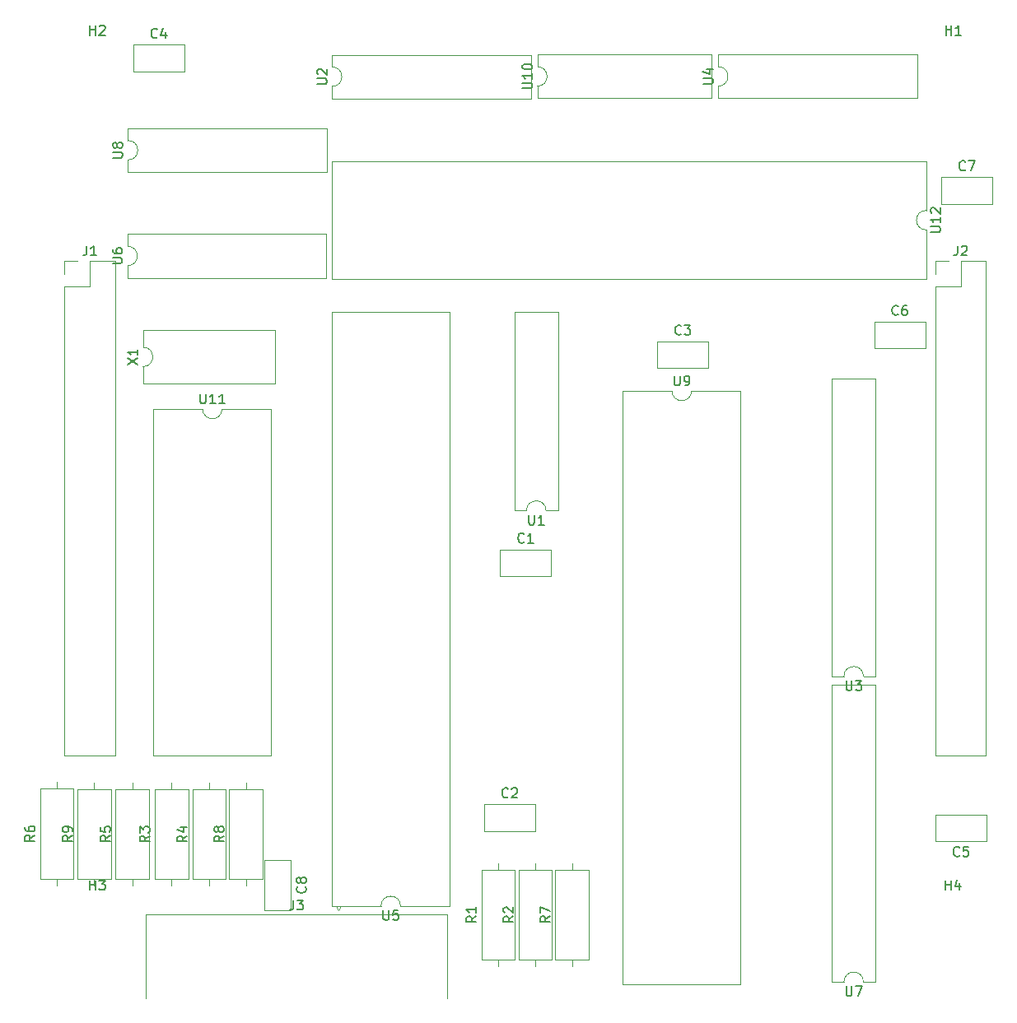
<source format=gbr>
G04 #@! TF.GenerationSoftware,KiCad,Pcbnew,(5.1.4)-1*
G04 #@! TF.CreationDate,2022-07-21T15:03:29-04:00*
G04 #@! TF.ProjectId,Layer3,4c617965-7233-42e6-9b69-6361645f7063,rev?*
G04 #@! TF.SameCoordinates,Original*
G04 #@! TF.FileFunction,Legend,Top*
G04 #@! TF.FilePolarity,Positive*
%FSLAX46Y46*%
G04 Gerber Fmt 4.6, Leading zero omitted, Abs format (unit mm)*
G04 Created by KiCad (PCBNEW (5.1.4)-1) date 2022-07-21 15:03:29*
%MOMM*%
%LPD*%
G04 APERTURE LIST*
%ADD10C,0.120000*%
%ADD11C,0.150000*%
G04 APERTURE END LIST*
D10*
X58588600Y-30668400D02*
X58588600Y-31918400D01*
X79028600Y-30668400D02*
X58588600Y-30668400D01*
X79028600Y-35168400D02*
X79028600Y-30668400D01*
X58588600Y-35168400D02*
X79028600Y-35168400D01*
X58588600Y-33918400D02*
X58588600Y-35168400D01*
X58588600Y-31918400D02*
G75*
G02X58588600Y-33918400I0J-1000000D01*
G01*
X58557600Y-118220800D02*
X63617600Y-118220800D01*
X58557600Y-57140800D02*
X58557600Y-118220800D01*
X70677600Y-57140800D02*
X58557600Y-57140800D01*
X70677600Y-118220800D02*
X70677600Y-57140800D01*
X65617600Y-118220800D02*
X70677600Y-118220800D01*
X63617600Y-118220800D02*
G75*
G02X65617600Y-118220800I1000000J0D01*
G01*
X120615400Y-102777600D02*
X125815400Y-102777600D01*
X120615400Y-54457600D02*
X120615400Y-102777600D01*
X125815400Y-51857600D02*
X125815400Y-102777600D01*
X120615400Y-54457600D02*
X123215400Y-54457600D01*
X123215400Y-54457600D02*
X123215400Y-51857600D01*
X123215400Y-51857600D02*
X125815400Y-51857600D01*
X120615400Y-53187600D02*
X120615400Y-51857600D01*
X120615400Y-51857600D02*
X121945400Y-51857600D01*
X37608200Y-38237600D02*
X37608200Y-39487600D01*
X58048200Y-38237600D02*
X37608200Y-38237600D01*
X58048200Y-42737600D02*
X58048200Y-38237600D01*
X37608200Y-42737600D02*
X58048200Y-42737600D01*
X37608200Y-41487600D02*
X37608200Y-42737600D01*
X37608200Y-39487600D02*
G75*
G02X37608200Y-41487600I0J-1000000D01*
G01*
X100598800Y-65243400D02*
X95538800Y-65243400D01*
X100598800Y-126323400D02*
X100598800Y-65243400D01*
X88478800Y-126323400D02*
X100598800Y-126323400D01*
X88478800Y-65243400D02*
X88478800Y-126323400D01*
X93538800Y-65243400D02*
X88478800Y-65243400D01*
X95538800Y-65243400D02*
G75*
G02X93538800Y-65243400I-1000000J0D01*
G01*
X59258200Y-118645675D02*
X59008200Y-118212662D01*
X59508200Y-118212662D02*
X59258200Y-118645675D01*
X59008200Y-118212662D02*
X59508200Y-118212662D01*
X70428200Y-119107000D02*
X70428200Y-127707000D01*
X39458200Y-119107000D02*
X70428200Y-119107000D01*
X39458200Y-127707000D02*
X39458200Y-119107000D01*
X31080400Y-102777600D02*
X36280400Y-102777600D01*
X31080400Y-54457600D02*
X31080400Y-102777600D01*
X36280400Y-51857600D02*
X36280400Y-102777600D01*
X31080400Y-54457600D02*
X33680400Y-54457600D01*
X33680400Y-54457600D02*
X33680400Y-51857600D01*
X33680400Y-51857600D02*
X36280400Y-51857600D01*
X31080400Y-53187600D02*
X31080400Y-51857600D01*
X31080400Y-51857600D02*
X32410400Y-51857600D01*
X39151000Y-60748200D02*
G75*
G02X39151000Y-62748200I0J-1000000D01*
G01*
X39151000Y-58978200D02*
X39151000Y-60748200D01*
X52751000Y-58978200D02*
X39151000Y-58978200D01*
X52751000Y-64518200D02*
X52751000Y-58978200D01*
X39151000Y-64518200D02*
X52751000Y-64518200D01*
X39151000Y-62748200D02*
X39151000Y-64518200D01*
X119668600Y-53735800D02*
X119668600Y-48675800D01*
X58588600Y-53735800D02*
X119668600Y-53735800D01*
X58588600Y-41615800D02*
X58588600Y-53735800D01*
X119668600Y-41615800D02*
X58588600Y-41615800D01*
X119668600Y-46675800D02*
X119668600Y-41615800D01*
X119668600Y-48675800D02*
G75*
G02X119668600Y-46675800I0J1000000D01*
G01*
X52338800Y-67097600D02*
X47278800Y-67097600D01*
X52338800Y-102777600D02*
X52338800Y-67097600D01*
X40218800Y-102777600D02*
X52338800Y-102777600D01*
X40218800Y-67097600D02*
X40218800Y-102777600D01*
X45278800Y-67097600D02*
X40218800Y-67097600D01*
X47278800Y-67097600D02*
G75*
G02X45278800Y-67097600I-1000000J0D01*
G01*
X79696000Y-30643000D02*
X79696000Y-31893000D01*
X97596000Y-30643000D02*
X79696000Y-30643000D01*
X97596000Y-35143000D02*
X97596000Y-30643000D01*
X79696000Y-35143000D02*
X97596000Y-35143000D01*
X79696000Y-33893000D02*
X79696000Y-35143000D01*
X79696000Y-31893000D02*
G75*
G02X79696000Y-33893000I0J-1000000D01*
G01*
X109967200Y-126044000D02*
X111217200Y-126044000D01*
X109967200Y-95444000D02*
X109967200Y-126044000D01*
X114467200Y-95444000D02*
X109967200Y-95444000D01*
X114467200Y-126044000D02*
X114467200Y-95444000D01*
X113217200Y-126044000D02*
X114467200Y-126044000D01*
X111217200Y-126044000D02*
G75*
G02X113217200Y-126044000I1000000J0D01*
G01*
X37557400Y-49108800D02*
X37557400Y-50358800D01*
X57997400Y-49108800D02*
X37557400Y-49108800D01*
X57997400Y-53608800D02*
X57997400Y-49108800D01*
X37557400Y-53608800D02*
X57997400Y-53608800D01*
X37557400Y-52358800D02*
X37557400Y-53608800D01*
X37557400Y-50358800D02*
G75*
G02X37557400Y-52358800I0J-1000000D01*
G01*
X98288800Y-30643000D02*
X98288800Y-31893000D01*
X118728800Y-30643000D02*
X98288800Y-30643000D01*
X118728800Y-35143000D02*
X118728800Y-30643000D01*
X98288800Y-35143000D02*
X118728800Y-35143000D01*
X98288800Y-33893000D02*
X98288800Y-35143000D01*
X98288800Y-31893000D02*
G75*
G02X98288800Y-33893000I0J-1000000D01*
G01*
X109967200Y-94598800D02*
X111217200Y-94598800D01*
X109967200Y-63998800D02*
X109967200Y-94598800D01*
X114467200Y-63998800D02*
X109967200Y-63998800D01*
X114467200Y-94598800D02*
X114467200Y-63998800D01*
X113217200Y-94598800D02*
X114467200Y-94598800D01*
X111217200Y-94598800D02*
G75*
G02X113217200Y-94598800I1000000J0D01*
G01*
X77328200Y-77555400D02*
X78578200Y-77555400D01*
X77328200Y-57115400D02*
X77328200Y-77555400D01*
X81828200Y-57115400D02*
X77328200Y-57115400D01*
X81828200Y-77555400D02*
X81828200Y-57115400D01*
X80578200Y-77555400D02*
X81828200Y-77555400D01*
X78578200Y-77555400D02*
G75*
G02X80578200Y-77555400I1000000J0D01*
G01*
X34137600Y-105510200D02*
X34137600Y-106200200D01*
X34137600Y-116130200D02*
X34137600Y-115440200D01*
X32417600Y-106200200D02*
X32417600Y-115440200D01*
X35857600Y-106200200D02*
X32417600Y-106200200D01*
X35857600Y-115440200D02*
X35857600Y-106200200D01*
X32417600Y-115440200D02*
X35857600Y-115440200D01*
X49733200Y-105535600D02*
X49733200Y-106225600D01*
X49733200Y-116155600D02*
X49733200Y-115465600D01*
X48013200Y-106225600D02*
X48013200Y-115465600D01*
X51453200Y-106225600D02*
X48013200Y-106225600D01*
X51453200Y-115465600D02*
X51453200Y-106225600D01*
X48013200Y-115465600D02*
X51453200Y-115465600D01*
X83261200Y-113816000D02*
X83261200Y-114506000D01*
X83261200Y-124436000D02*
X83261200Y-123746000D01*
X81541200Y-114506000D02*
X81541200Y-123746000D01*
X84981200Y-114506000D02*
X81541200Y-114506000D01*
X84981200Y-123746000D02*
X84981200Y-114506000D01*
X81541200Y-123746000D02*
X84981200Y-123746000D01*
X30276800Y-105484800D02*
X30276800Y-106174800D01*
X30276800Y-116104800D02*
X30276800Y-115414800D01*
X28556800Y-106174800D02*
X28556800Y-115414800D01*
X31996800Y-106174800D02*
X28556800Y-106174800D01*
X31996800Y-115414800D02*
X31996800Y-106174800D01*
X28556800Y-115414800D02*
X31996800Y-115414800D01*
X38044000Y-105508400D02*
X38044000Y-106198400D01*
X38044000Y-116128400D02*
X38044000Y-115438400D01*
X36324000Y-106198400D02*
X36324000Y-115438400D01*
X39764000Y-106198400D02*
X36324000Y-106198400D01*
X39764000Y-115438400D02*
X39764000Y-106198400D01*
X36324000Y-115438400D02*
X39764000Y-115438400D01*
X45948600Y-105535600D02*
X45948600Y-106225600D01*
X45948600Y-116155600D02*
X45948600Y-115465600D01*
X44228600Y-106225600D02*
X44228600Y-115465600D01*
X47668600Y-106225600D02*
X44228600Y-106225600D01*
X47668600Y-115465600D02*
X47668600Y-106225600D01*
X44228600Y-115465600D02*
X47668600Y-115465600D01*
X42087800Y-105535600D02*
X42087800Y-106225600D01*
X42087800Y-116155600D02*
X42087800Y-115465600D01*
X40367800Y-106225600D02*
X40367800Y-115465600D01*
X43807800Y-106225600D02*
X40367800Y-106225600D01*
X43807800Y-115465600D02*
X43807800Y-106225600D01*
X40367800Y-115465600D02*
X43807800Y-115465600D01*
X79476600Y-113816000D02*
X79476600Y-114506000D01*
X79476600Y-124436000D02*
X79476600Y-123746000D01*
X77756600Y-114506000D02*
X77756600Y-123746000D01*
X81196600Y-114506000D02*
X77756600Y-114506000D01*
X81196600Y-123746000D02*
X81196600Y-114506000D01*
X77756600Y-123746000D02*
X81196600Y-123746000D01*
X75666600Y-113816000D02*
X75666600Y-114506000D01*
X75666600Y-124436000D02*
X75666600Y-123746000D01*
X73946600Y-114506000D02*
X73946600Y-123746000D01*
X77386600Y-114506000D02*
X73946600Y-114506000D01*
X77386600Y-123746000D02*
X77386600Y-114506000D01*
X73946600Y-123746000D02*
X77386600Y-123746000D01*
X54344240Y-118713560D02*
X51604240Y-118713560D01*
X54344240Y-113473560D02*
X51604240Y-113473560D01*
X51604240Y-113473560D02*
X51604240Y-118713560D01*
X54344240Y-113473560D02*
X54344240Y-118713560D01*
X126475800Y-43257800D02*
X126475800Y-45997800D01*
X121235800Y-43257800D02*
X121235800Y-45997800D01*
X121235800Y-45997800D02*
X126475800Y-45997800D01*
X121235800Y-43257800D02*
X126475800Y-43257800D01*
X119567000Y-58142200D02*
X119567000Y-60882200D01*
X114327000Y-58142200D02*
X114327000Y-60882200D01*
X114327000Y-60882200D02*
X119567000Y-60882200D01*
X114327000Y-58142200D02*
X119567000Y-58142200D01*
X120640800Y-111555200D02*
X120640800Y-108815200D01*
X125880800Y-111555200D02*
X125880800Y-108815200D01*
X125880800Y-108815200D02*
X120640800Y-108815200D01*
X125880800Y-111555200D02*
X120640800Y-111555200D01*
X43392400Y-29643400D02*
X43392400Y-32383400D01*
X38152400Y-29643400D02*
X38152400Y-32383400D01*
X38152400Y-32383400D02*
X43392400Y-32383400D01*
X38152400Y-29643400D02*
X43392400Y-29643400D01*
X97265800Y-60148800D02*
X97265800Y-62888800D01*
X92025800Y-60148800D02*
X92025800Y-62888800D01*
X92025800Y-62888800D02*
X97265800Y-62888800D01*
X92025800Y-60148800D02*
X97265800Y-60148800D01*
X79460400Y-107773800D02*
X79460400Y-110513800D01*
X74220400Y-107773800D02*
X74220400Y-110513800D01*
X74220400Y-110513800D02*
X79460400Y-110513800D01*
X74220400Y-107773800D02*
X79460400Y-107773800D01*
X81111400Y-81548300D02*
X81111400Y-84288300D01*
X75871400Y-81548300D02*
X75871400Y-84288300D01*
X75871400Y-84288300D02*
X81111400Y-84288300D01*
X75871400Y-81548300D02*
X81111400Y-81548300D01*
D11*
X57040980Y-33680304D02*
X57850504Y-33680304D01*
X57945742Y-33632685D01*
X57993361Y-33585066D01*
X58040980Y-33489828D01*
X58040980Y-33299352D01*
X57993361Y-33204114D01*
X57945742Y-33156495D01*
X57850504Y-33108876D01*
X57040980Y-33108876D01*
X57136219Y-32680304D02*
X57088600Y-32632685D01*
X57040980Y-32537447D01*
X57040980Y-32299352D01*
X57088600Y-32204114D01*
X57136219Y-32156495D01*
X57231457Y-32108876D01*
X57326695Y-32108876D01*
X57469552Y-32156495D01*
X58040980Y-32727923D01*
X58040980Y-32108876D01*
X63855695Y-118673180D02*
X63855695Y-119482704D01*
X63903314Y-119577942D01*
X63950933Y-119625561D01*
X64046171Y-119673180D01*
X64236647Y-119673180D01*
X64331885Y-119625561D01*
X64379504Y-119577942D01*
X64427123Y-119482704D01*
X64427123Y-118673180D01*
X65379504Y-118673180D02*
X64903314Y-118673180D01*
X64855695Y-119149371D01*
X64903314Y-119101752D01*
X64998552Y-119054133D01*
X65236647Y-119054133D01*
X65331885Y-119101752D01*
X65379504Y-119149371D01*
X65427123Y-119244609D01*
X65427123Y-119482704D01*
X65379504Y-119577942D01*
X65331885Y-119625561D01*
X65236647Y-119673180D01*
X64998552Y-119673180D01*
X64903314Y-119625561D01*
X64855695Y-119577942D01*
X122882066Y-50309980D02*
X122882066Y-51024266D01*
X122834447Y-51167123D01*
X122739209Y-51262361D01*
X122596352Y-51309980D01*
X122501114Y-51309980D01*
X123310638Y-50405219D02*
X123358257Y-50357600D01*
X123453495Y-50309980D01*
X123691590Y-50309980D01*
X123786828Y-50357600D01*
X123834447Y-50405219D01*
X123882066Y-50500457D01*
X123882066Y-50595695D01*
X123834447Y-50738552D01*
X123263019Y-51309980D01*
X123882066Y-51309980D01*
X36060580Y-41249504D02*
X36870104Y-41249504D01*
X36965342Y-41201885D01*
X37012961Y-41154266D01*
X37060580Y-41059028D01*
X37060580Y-40868552D01*
X37012961Y-40773314D01*
X36965342Y-40725695D01*
X36870104Y-40678076D01*
X36060580Y-40678076D01*
X36489152Y-40059028D02*
X36441533Y-40154266D01*
X36393914Y-40201885D01*
X36298676Y-40249504D01*
X36251057Y-40249504D01*
X36155819Y-40201885D01*
X36108200Y-40154266D01*
X36060580Y-40059028D01*
X36060580Y-39868552D01*
X36108200Y-39773314D01*
X36155819Y-39725695D01*
X36251057Y-39678076D01*
X36298676Y-39678076D01*
X36393914Y-39725695D01*
X36441533Y-39773314D01*
X36489152Y-39868552D01*
X36489152Y-40059028D01*
X36536771Y-40154266D01*
X36584390Y-40201885D01*
X36679628Y-40249504D01*
X36870104Y-40249504D01*
X36965342Y-40201885D01*
X37012961Y-40154266D01*
X37060580Y-40059028D01*
X37060580Y-39868552D01*
X37012961Y-39773314D01*
X36965342Y-39725695D01*
X36870104Y-39678076D01*
X36679628Y-39678076D01*
X36584390Y-39725695D01*
X36536771Y-39773314D01*
X36489152Y-39868552D01*
X93776895Y-63695780D02*
X93776895Y-64505304D01*
X93824514Y-64600542D01*
X93872133Y-64648161D01*
X93967371Y-64695780D01*
X94157847Y-64695780D01*
X94253085Y-64648161D01*
X94300704Y-64600542D01*
X94348323Y-64505304D01*
X94348323Y-63695780D01*
X94872133Y-64695780D02*
X95062609Y-64695780D01*
X95157847Y-64648161D01*
X95205466Y-64600542D01*
X95300704Y-64457685D01*
X95348323Y-64267209D01*
X95348323Y-63886257D01*
X95300704Y-63791019D01*
X95253085Y-63743400D01*
X95157847Y-63695780D01*
X94967371Y-63695780D01*
X94872133Y-63743400D01*
X94824514Y-63791019D01*
X94776895Y-63886257D01*
X94776895Y-64124352D01*
X94824514Y-64219590D01*
X94872133Y-64267209D01*
X94967371Y-64314828D01*
X95157847Y-64314828D01*
X95253085Y-64267209D01*
X95300704Y-64219590D01*
X95348323Y-64124352D01*
X54609866Y-117619380D02*
X54609866Y-118333666D01*
X54562247Y-118476523D01*
X54467009Y-118571761D01*
X54324152Y-118619380D01*
X54228914Y-118619380D01*
X54990819Y-117619380D02*
X55609866Y-117619380D01*
X55276533Y-118000333D01*
X55419390Y-118000333D01*
X55514628Y-118047952D01*
X55562247Y-118095571D01*
X55609866Y-118190809D01*
X55609866Y-118428904D01*
X55562247Y-118524142D01*
X55514628Y-118571761D01*
X55419390Y-118619380D01*
X55133676Y-118619380D01*
X55038438Y-118571761D01*
X54990819Y-118524142D01*
X33347066Y-50309980D02*
X33347066Y-51024266D01*
X33299447Y-51167123D01*
X33204209Y-51262361D01*
X33061352Y-51309980D01*
X32966114Y-51309980D01*
X34347066Y-51309980D02*
X33775638Y-51309980D01*
X34061352Y-51309980D02*
X34061352Y-50309980D01*
X33966114Y-50452838D01*
X33870876Y-50548076D01*
X33775638Y-50595695D01*
X33680495Y-116584980D02*
X33680495Y-115584980D01*
X33680495Y-116061171D02*
X34251923Y-116061171D01*
X34251923Y-116584980D02*
X34251923Y-115584980D01*
X34632876Y-115584980D02*
X35251923Y-115584980D01*
X34918590Y-115965933D01*
X35061447Y-115965933D01*
X35156685Y-116013552D01*
X35204304Y-116061171D01*
X35251923Y-116156409D01*
X35251923Y-116394504D01*
X35204304Y-116489742D01*
X35156685Y-116537361D01*
X35061447Y-116584980D01*
X34775733Y-116584980D01*
X34680495Y-116537361D01*
X34632876Y-116489742D01*
X121691495Y-28637480D02*
X121691495Y-27637480D01*
X121691495Y-28113671D02*
X122262923Y-28113671D01*
X122262923Y-28637480D02*
X122262923Y-27637480D01*
X123262923Y-28637480D02*
X122691495Y-28637480D01*
X122977209Y-28637480D02*
X122977209Y-27637480D01*
X122881971Y-27780338D01*
X122786733Y-27875576D01*
X122691495Y-27923195D01*
X33680495Y-28637480D02*
X33680495Y-27637480D01*
X33680495Y-28113671D02*
X34251923Y-28113671D01*
X34251923Y-28637480D02*
X34251923Y-27637480D01*
X34680495Y-27732719D02*
X34728114Y-27685100D01*
X34823352Y-27637480D01*
X35061447Y-27637480D01*
X35156685Y-27685100D01*
X35204304Y-27732719D01*
X35251923Y-27827957D01*
X35251923Y-27923195D01*
X35204304Y-28066052D01*
X34632876Y-28637480D01*
X35251923Y-28637480D01*
X121627995Y-116584980D02*
X121627995Y-115584980D01*
X121627995Y-116061171D02*
X122199423Y-116061171D01*
X122199423Y-116584980D02*
X122199423Y-115584980D01*
X123104185Y-115918314D02*
X123104185Y-116584980D01*
X122866090Y-115537361D02*
X122627995Y-116251647D01*
X123247042Y-116251647D01*
X37603380Y-62557723D02*
X38603380Y-61891057D01*
X37603380Y-61891057D02*
X38603380Y-62557723D01*
X38603380Y-60986295D02*
X38603380Y-61557723D01*
X38603380Y-61272009D02*
X37603380Y-61272009D01*
X37746238Y-61367247D01*
X37841476Y-61462485D01*
X37889095Y-61557723D01*
X120120980Y-48913895D02*
X120930504Y-48913895D01*
X121025742Y-48866276D01*
X121073361Y-48818657D01*
X121120980Y-48723419D01*
X121120980Y-48532942D01*
X121073361Y-48437704D01*
X121025742Y-48390085D01*
X120930504Y-48342466D01*
X120120980Y-48342466D01*
X121120980Y-47342466D02*
X121120980Y-47913895D01*
X121120980Y-47628180D02*
X120120980Y-47628180D01*
X120263838Y-47723419D01*
X120359076Y-47818657D01*
X120406695Y-47913895D01*
X120216219Y-46961514D02*
X120168600Y-46913895D01*
X120120980Y-46818657D01*
X120120980Y-46580561D01*
X120168600Y-46485323D01*
X120216219Y-46437704D01*
X120311457Y-46390085D01*
X120406695Y-46390085D01*
X120549552Y-46437704D01*
X121120980Y-47009133D01*
X121120980Y-46390085D01*
X45040704Y-65549980D02*
X45040704Y-66359504D01*
X45088323Y-66454742D01*
X45135942Y-66502361D01*
X45231180Y-66549980D01*
X45421657Y-66549980D01*
X45516895Y-66502361D01*
X45564514Y-66454742D01*
X45612133Y-66359504D01*
X45612133Y-65549980D01*
X46612133Y-66549980D02*
X46040704Y-66549980D01*
X46326419Y-66549980D02*
X46326419Y-65549980D01*
X46231180Y-65692838D01*
X46135942Y-65788076D01*
X46040704Y-65835695D01*
X47564514Y-66549980D02*
X46993085Y-66549980D01*
X47278800Y-66549980D02*
X47278800Y-65549980D01*
X47183561Y-65692838D01*
X47088323Y-65788076D01*
X46993085Y-65835695D01*
X78148380Y-34131095D02*
X78957904Y-34131095D01*
X79053142Y-34083476D01*
X79100761Y-34035857D01*
X79148380Y-33940619D01*
X79148380Y-33750142D01*
X79100761Y-33654904D01*
X79053142Y-33607285D01*
X78957904Y-33559666D01*
X78148380Y-33559666D01*
X79148380Y-32559666D02*
X79148380Y-33131095D01*
X79148380Y-32845380D02*
X78148380Y-32845380D01*
X78291238Y-32940619D01*
X78386476Y-33035857D01*
X78434095Y-33131095D01*
X78148380Y-31940619D02*
X78148380Y-31845380D01*
X78196000Y-31750142D01*
X78243619Y-31702523D01*
X78338857Y-31654904D01*
X78529333Y-31607285D01*
X78767428Y-31607285D01*
X78957904Y-31654904D01*
X79053142Y-31702523D01*
X79100761Y-31750142D01*
X79148380Y-31845380D01*
X79148380Y-31940619D01*
X79100761Y-32035857D01*
X79053142Y-32083476D01*
X78957904Y-32131095D01*
X78767428Y-32178714D01*
X78529333Y-32178714D01*
X78338857Y-32131095D01*
X78243619Y-32083476D01*
X78196000Y-32035857D01*
X78148380Y-31940619D01*
X111455295Y-126496380D02*
X111455295Y-127305904D01*
X111502914Y-127401142D01*
X111550533Y-127448761D01*
X111645771Y-127496380D01*
X111836247Y-127496380D01*
X111931485Y-127448761D01*
X111979104Y-127401142D01*
X112026723Y-127305904D01*
X112026723Y-126496380D01*
X112407676Y-126496380D02*
X113074342Y-126496380D01*
X112645771Y-127496380D01*
X36009780Y-52120704D02*
X36819304Y-52120704D01*
X36914542Y-52073085D01*
X36962161Y-52025466D01*
X37009780Y-51930228D01*
X37009780Y-51739752D01*
X36962161Y-51644514D01*
X36914542Y-51596895D01*
X36819304Y-51549276D01*
X36009780Y-51549276D01*
X36009780Y-50644514D02*
X36009780Y-50834990D01*
X36057400Y-50930228D01*
X36105019Y-50977847D01*
X36247876Y-51073085D01*
X36438352Y-51120704D01*
X36819304Y-51120704D01*
X36914542Y-51073085D01*
X36962161Y-51025466D01*
X37009780Y-50930228D01*
X37009780Y-50739752D01*
X36962161Y-50644514D01*
X36914542Y-50596895D01*
X36819304Y-50549276D01*
X36581209Y-50549276D01*
X36485971Y-50596895D01*
X36438352Y-50644514D01*
X36390733Y-50739752D01*
X36390733Y-50930228D01*
X36438352Y-51025466D01*
X36485971Y-51073085D01*
X36581209Y-51120704D01*
X96741180Y-33654904D02*
X97550704Y-33654904D01*
X97645942Y-33607285D01*
X97693561Y-33559666D01*
X97741180Y-33464428D01*
X97741180Y-33273952D01*
X97693561Y-33178714D01*
X97645942Y-33131095D01*
X97550704Y-33083476D01*
X96741180Y-33083476D01*
X97074514Y-32178714D02*
X97741180Y-32178714D01*
X96693561Y-32416809D02*
X97407847Y-32654904D01*
X97407847Y-32035857D01*
X111455295Y-95051180D02*
X111455295Y-95860704D01*
X111502914Y-95955942D01*
X111550533Y-96003561D01*
X111645771Y-96051180D01*
X111836247Y-96051180D01*
X111931485Y-96003561D01*
X111979104Y-95955942D01*
X112026723Y-95860704D01*
X112026723Y-95051180D01*
X112407676Y-95051180D02*
X113026723Y-95051180D01*
X112693390Y-95432133D01*
X112836247Y-95432133D01*
X112931485Y-95479752D01*
X112979104Y-95527371D01*
X113026723Y-95622609D01*
X113026723Y-95860704D01*
X112979104Y-95955942D01*
X112931485Y-96003561D01*
X112836247Y-96051180D01*
X112550533Y-96051180D01*
X112455295Y-96003561D01*
X112407676Y-95955942D01*
X78816295Y-78007780D02*
X78816295Y-78817304D01*
X78863914Y-78912542D01*
X78911533Y-78960161D01*
X79006771Y-79007780D01*
X79197247Y-79007780D01*
X79292485Y-78960161D01*
X79340104Y-78912542D01*
X79387723Y-78817304D01*
X79387723Y-78007780D01*
X80387723Y-79007780D02*
X79816295Y-79007780D01*
X80102009Y-79007780D02*
X80102009Y-78007780D01*
X80006771Y-78150638D01*
X79911533Y-78245876D01*
X79816295Y-78293495D01*
X31869980Y-110986866D02*
X31393790Y-111320200D01*
X31869980Y-111558295D02*
X30869980Y-111558295D01*
X30869980Y-111177342D01*
X30917600Y-111082104D01*
X30965219Y-111034485D01*
X31060457Y-110986866D01*
X31203314Y-110986866D01*
X31298552Y-111034485D01*
X31346171Y-111082104D01*
X31393790Y-111177342D01*
X31393790Y-111558295D01*
X31869980Y-110510676D02*
X31869980Y-110320200D01*
X31822361Y-110224961D01*
X31774742Y-110177342D01*
X31631885Y-110082104D01*
X31441409Y-110034485D01*
X31060457Y-110034485D01*
X30965219Y-110082104D01*
X30917600Y-110129723D01*
X30869980Y-110224961D01*
X30869980Y-110415438D01*
X30917600Y-110510676D01*
X30965219Y-110558295D01*
X31060457Y-110605914D01*
X31298552Y-110605914D01*
X31393790Y-110558295D01*
X31441409Y-110510676D01*
X31489028Y-110415438D01*
X31489028Y-110224961D01*
X31441409Y-110129723D01*
X31393790Y-110082104D01*
X31298552Y-110034485D01*
X47465580Y-111012266D02*
X46989390Y-111345600D01*
X47465580Y-111583695D02*
X46465580Y-111583695D01*
X46465580Y-111202742D01*
X46513200Y-111107504D01*
X46560819Y-111059885D01*
X46656057Y-111012266D01*
X46798914Y-111012266D01*
X46894152Y-111059885D01*
X46941771Y-111107504D01*
X46989390Y-111202742D01*
X46989390Y-111583695D01*
X46894152Y-110440838D02*
X46846533Y-110536076D01*
X46798914Y-110583695D01*
X46703676Y-110631314D01*
X46656057Y-110631314D01*
X46560819Y-110583695D01*
X46513200Y-110536076D01*
X46465580Y-110440838D01*
X46465580Y-110250361D01*
X46513200Y-110155123D01*
X46560819Y-110107504D01*
X46656057Y-110059885D01*
X46703676Y-110059885D01*
X46798914Y-110107504D01*
X46846533Y-110155123D01*
X46894152Y-110250361D01*
X46894152Y-110440838D01*
X46941771Y-110536076D01*
X46989390Y-110583695D01*
X47084628Y-110631314D01*
X47275104Y-110631314D01*
X47370342Y-110583695D01*
X47417961Y-110536076D01*
X47465580Y-110440838D01*
X47465580Y-110250361D01*
X47417961Y-110155123D01*
X47370342Y-110107504D01*
X47275104Y-110059885D01*
X47084628Y-110059885D01*
X46989390Y-110107504D01*
X46941771Y-110155123D01*
X46894152Y-110250361D01*
X80993580Y-119292666D02*
X80517390Y-119626000D01*
X80993580Y-119864095D02*
X79993580Y-119864095D01*
X79993580Y-119483142D01*
X80041200Y-119387904D01*
X80088819Y-119340285D01*
X80184057Y-119292666D01*
X80326914Y-119292666D01*
X80422152Y-119340285D01*
X80469771Y-119387904D01*
X80517390Y-119483142D01*
X80517390Y-119864095D01*
X79993580Y-118959333D02*
X79993580Y-118292666D01*
X80993580Y-118721238D01*
X28009180Y-110961466D02*
X27532990Y-111294800D01*
X28009180Y-111532895D02*
X27009180Y-111532895D01*
X27009180Y-111151942D01*
X27056800Y-111056704D01*
X27104419Y-111009085D01*
X27199657Y-110961466D01*
X27342514Y-110961466D01*
X27437752Y-111009085D01*
X27485371Y-111056704D01*
X27532990Y-111151942D01*
X27532990Y-111532895D01*
X27009180Y-110104323D02*
X27009180Y-110294800D01*
X27056800Y-110390038D01*
X27104419Y-110437657D01*
X27247276Y-110532895D01*
X27437752Y-110580514D01*
X27818704Y-110580514D01*
X27913942Y-110532895D01*
X27961561Y-110485276D01*
X28009180Y-110390038D01*
X28009180Y-110199561D01*
X27961561Y-110104323D01*
X27913942Y-110056704D01*
X27818704Y-110009085D01*
X27580609Y-110009085D01*
X27485371Y-110056704D01*
X27437752Y-110104323D01*
X27390133Y-110199561D01*
X27390133Y-110390038D01*
X27437752Y-110485276D01*
X27485371Y-110532895D01*
X27580609Y-110580514D01*
X35776380Y-110985066D02*
X35300190Y-111318400D01*
X35776380Y-111556495D02*
X34776380Y-111556495D01*
X34776380Y-111175542D01*
X34824000Y-111080304D01*
X34871619Y-111032685D01*
X34966857Y-110985066D01*
X35109714Y-110985066D01*
X35204952Y-111032685D01*
X35252571Y-111080304D01*
X35300190Y-111175542D01*
X35300190Y-111556495D01*
X34776380Y-110080304D02*
X34776380Y-110556495D01*
X35252571Y-110604114D01*
X35204952Y-110556495D01*
X35157333Y-110461257D01*
X35157333Y-110223161D01*
X35204952Y-110127923D01*
X35252571Y-110080304D01*
X35347809Y-110032685D01*
X35585904Y-110032685D01*
X35681142Y-110080304D01*
X35728761Y-110127923D01*
X35776380Y-110223161D01*
X35776380Y-110461257D01*
X35728761Y-110556495D01*
X35681142Y-110604114D01*
X43680980Y-111012266D02*
X43204790Y-111345600D01*
X43680980Y-111583695D02*
X42680980Y-111583695D01*
X42680980Y-111202742D01*
X42728600Y-111107504D01*
X42776219Y-111059885D01*
X42871457Y-111012266D01*
X43014314Y-111012266D01*
X43109552Y-111059885D01*
X43157171Y-111107504D01*
X43204790Y-111202742D01*
X43204790Y-111583695D01*
X43014314Y-110155123D02*
X43680980Y-110155123D01*
X42633361Y-110393219D02*
X43347647Y-110631314D01*
X43347647Y-110012266D01*
X39820180Y-111012266D02*
X39343990Y-111345600D01*
X39820180Y-111583695D02*
X38820180Y-111583695D01*
X38820180Y-111202742D01*
X38867800Y-111107504D01*
X38915419Y-111059885D01*
X39010657Y-111012266D01*
X39153514Y-111012266D01*
X39248752Y-111059885D01*
X39296371Y-111107504D01*
X39343990Y-111202742D01*
X39343990Y-111583695D01*
X38820180Y-110678933D02*
X38820180Y-110059885D01*
X39201133Y-110393219D01*
X39201133Y-110250361D01*
X39248752Y-110155123D01*
X39296371Y-110107504D01*
X39391609Y-110059885D01*
X39629704Y-110059885D01*
X39724942Y-110107504D01*
X39772561Y-110155123D01*
X39820180Y-110250361D01*
X39820180Y-110536076D01*
X39772561Y-110631314D01*
X39724942Y-110678933D01*
X77208980Y-119292666D02*
X76732790Y-119626000D01*
X77208980Y-119864095D02*
X76208980Y-119864095D01*
X76208980Y-119483142D01*
X76256600Y-119387904D01*
X76304219Y-119340285D01*
X76399457Y-119292666D01*
X76542314Y-119292666D01*
X76637552Y-119340285D01*
X76685171Y-119387904D01*
X76732790Y-119483142D01*
X76732790Y-119864095D01*
X76304219Y-118911714D02*
X76256600Y-118864095D01*
X76208980Y-118768857D01*
X76208980Y-118530761D01*
X76256600Y-118435523D01*
X76304219Y-118387904D01*
X76399457Y-118340285D01*
X76494695Y-118340285D01*
X76637552Y-118387904D01*
X77208980Y-118959333D01*
X77208980Y-118340285D01*
X73398980Y-119292666D02*
X72922790Y-119626000D01*
X73398980Y-119864095D02*
X72398980Y-119864095D01*
X72398980Y-119483142D01*
X72446600Y-119387904D01*
X72494219Y-119340285D01*
X72589457Y-119292666D01*
X72732314Y-119292666D01*
X72827552Y-119340285D01*
X72875171Y-119387904D01*
X72922790Y-119483142D01*
X72922790Y-119864095D01*
X73398980Y-118340285D02*
X73398980Y-118911714D01*
X73398980Y-118626000D02*
X72398980Y-118626000D01*
X72541838Y-118721238D01*
X72637076Y-118816476D01*
X72684695Y-118911714D01*
X55831382Y-116260226D02*
X55879001Y-116307845D01*
X55926620Y-116450702D01*
X55926620Y-116545940D01*
X55879001Y-116688798D01*
X55783763Y-116784036D01*
X55688525Y-116831655D01*
X55498049Y-116879274D01*
X55355192Y-116879274D01*
X55164716Y-116831655D01*
X55069478Y-116784036D01*
X54974240Y-116688798D01*
X54926620Y-116545940D01*
X54926620Y-116450702D01*
X54974240Y-116307845D01*
X55021859Y-116260226D01*
X55355192Y-115688798D02*
X55307573Y-115784036D01*
X55259954Y-115831655D01*
X55164716Y-115879274D01*
X55117097Y-115879274D01*
X55021859Y-115831655D01*
X54974240Y-115784036D01*
X54926620Y-115688798D01*
X54926620Y-115498321D01*
X54974240Y-115403083D01*
X55021859Y-115355464D01*
X55117097Y-115307845D01*
X55164716Y-115307845D01*
X55259954Y-115355464D01*
X55307573Y-115403083D01*
X55355192Y-115498321D01*
X55355192Y-115688798D01*
X55402811Y-115784036D01*
X55450430Y-115831655D01*
X55545668Y-115879274D01*
X55736144Y-115879274D01*
X55831382Y-115831655D01*
X55879001Y-115784036D01*
X55926620Y-115688798D01*
X55926620Y-115498321D01*
X55879001Y-115403083D01*
X55831382Y-115355464D01*
X55736144Y-115307845D01*
X55545668Y-115307845D01*
X55450430Y-115355464D01*
X55402811Y-115403083D01*
X55355192Y-115498321D01*
X123689133Y-42484942D02*
X123641514Y-42532561D01*
X123498657Y-42580180D01*
X123403419Y-42580180D01*
X123260561Y-42532561D01*
X123165323Y-42437323D01*
X123117704Y-42342085D01*
X123070085Y-42151609D01*
X123070085Y-42008752D01*
X123117704Y-41818276D01*
X123165323Y-41723038D01*
X123260561Y-41627800D01*
X123403419Y-41580180D01*
X123498657Y-41580180D01*
X123641514Y-41627800D01*
X123689133Y-41675419D01*
X124022466Y-41580180D02*
X124689133Y-41580180D01*
X124260561Y-42580180D01*
X116780333Y-57369342D02*
X116732714Y-57416961D01*
X116589857Y-57464580D01*
X116494619Y-57464580D01*
X116351761Y-57416961D01*
X116256523Y-57321723D01*
X116208904Y-57226485D01*
X116161285Y-57036009D01*
X116161285Y-56893152D01*
X116208904Y-56702676D01*
X116256523Y-56607438D01*
X116351761Y-56512200D01*
X116494619Y-56464580D01*
X116589857Y-56464580D01*
X116732714Y-56512200D01*
X116780333Y-56559819D01*
X117637476Y-56464580D02*
X117447000Y-56464580D01*
X117351761Y-56512200D01*
X117304142Y-56559819D01*
X117208904Y-56702676D01*
X117161285Y-56893152D01*
X117161285Y-57274104D01*
X117208904Y-57369342D01*
X117256523Y-57416961D01*
X117351761Y-57464580D01*
X117542238Y-57464580D01*
X117637476Y-57416961D01*
X117685095Y-57369342D01*
X117732714Y-57274104D01*
X117732714Y-57036009D01*
X117685095Y-56940771D01*
X117637476Y-56893152D01*
X117542238Y-56845533D01*
X117351761Y-56845533D01*
X117256523Y-56893152D01*
X117208904Y-56940771D01*
X117161285Y-57036009D01*
X123094133Y-113042342D02*
X123046514Y-113089961D01*
X122903657Y-113137580D01*
X122808419Y-113137580D01*
X122665561Y-113089961D01*
X122570323Y-112994723D01*
X122522704Y-112899485D01*
X122475085Y-112709009D01*
X122475085Y-112566152D01*
X122522704Y-112375676D01*
X122570323Y-112280438D01*
X122665561Y-112185200D01*
X122808419Y-112137580D01*
X122903657Y-112137580D01*
X123046514Y-112185200D01*
X123094133Y-112232819D01*
X123998895Y-112137580D02*
X123522704Y-112137580D01*
X123475085Y-112613771D01*
X123522704Y-112566152D01*
X123617942Y-112518533D01*
X123856038Y-112518533D01*
X123951276Y-112566152D01*
X123998895Y-112613771D01*
X124046514Y-112709009D01*
X124046514Y-112947104D01*
X123998895Y-113042342D01*
X123951276Y-113089961D01*
X123856038Y-113137580D01*
X123617942Y-113137580D01*
X123522704Y-113089961D01*
X123475085Y-113042342D01*
X40605733Y-28870542D02*
X40558114Y-28918161D01*
X40415257Y-28965780D01*
X40320019Y-28965780D01*
X40177161Y-28918161D01*
X40081923Y-28822923D01*
X40034304Y-28727685D01*
X39986685Y-28537209D01*
X39986685Y-28394352D01*
X40034304Y-28203876D01*
X40081923Y-28108638D01*
X40177161Y-28013400D01*
X40320019Y-27965780D01*
X40415257Y-27965780D01*
X40558114Y-28013400D01*
X40605733Y-28061019D01*
X41462876Y-28299114D02*
X41462876Y-28965780D01*
X41224780Y-27918161D02*
X40986685Y-28632447D01*
X41605733Y-28632447D01*
X94479133Y-59375942D02*
X94431514Y-59423561D01*
X94288657Y-59471180D01*
X94193419Y-59471180D01*
X94050561Y-59423561D01*
X93955323Y-59328323D01*
X93907704Y-59233085D01*
X93860085Y-59042609D01*
X93860085Y-58899752D01*
X93907704Y-58709276D01*
X93955323Y-58614038D01*
X94050561Y-58518800D01*
X94193419Y-58471180D01*
X94288657Y-58471180D01*
X94431514Y-58518800D01*
X94479133Y-58566419D01*
X94812466Y-58471180D02*
X95431514Y-58471180D01*
X95098180Y-58852133D01*
X95241038Y-58852133D01*
X95336276Y-58899752D01*
X95383895Y-58947371D01*
X95431514Y-59042609D01*
X95431514Y-59280704D01*
X95383895Y-59375942D01*
X95336276Y-59423561D01*
X95241038Y-59471180D01*
X94955323Y-59471180D01*
X94860085Y-59423561D01*
X94812466Y-59375942D01*
X76673733Y-107000942D02*
X76626114Y-107048561D01*
X76483257Y-107096180D01*
X76388019Y-107096180D01*
X76245161Y-107048561D01*
X76149923Y-106953323D01*
X76102304Y-106858085D01*
X76054685Y-106667609D01*
X76054685Y-106524752D01*
X76102304Y-106334276D01*
X76149923Y-106239038D01*
X76245161Y-106143800D01*
X76388019Y-106096180D01*
X76483257Y-106096180D01*
X76626114Y-106143800D01*
X76673733Y-106191419D01*
X77054685Y-106191419D02*
X77102304Y-106143800D01*
X77197542Y-106096180D01*
X77435638Y-106096180D01*
X77530876Y-106143800D01*
X77578495Y-106191419D01*
X77626114Y-106286657D01*
X77626114Y-106381895D01*
X77578495Y-106524752D01*
X77007066Y-107096180D01*
X77626114Y-107096180D01*
X78324733Y-80775442D02*
X78277114Y-80823061D01*
X78134257Y-80870680D01*
X78039019Y-80870680D01*
X77896161Y-80823061D01*
X77800923Y-80727823D01*
X77753304Y-80632585D01*
X77705685Y-80442109D01*
X77705685Y-80299252D01*
X77753304Y-80108776D01*
X77800923Y-80013538D01*
X77896161Y-79918300D01*
X78039019Y-79870680D01*
X78134257Y-79870680D01*
X78277114Y-79918300D01*
X78324733Y-79965919D01*
X79277114Y-80870680D02*
X78705685Y-80870680D01*
X78991400Y-80870680D02*
X78991400Y-79870680D01*
X78896161Y-80013538D01*
X78800923Y-80108776D01*
X78705685Y-80156395D01*
M02*

</source>
